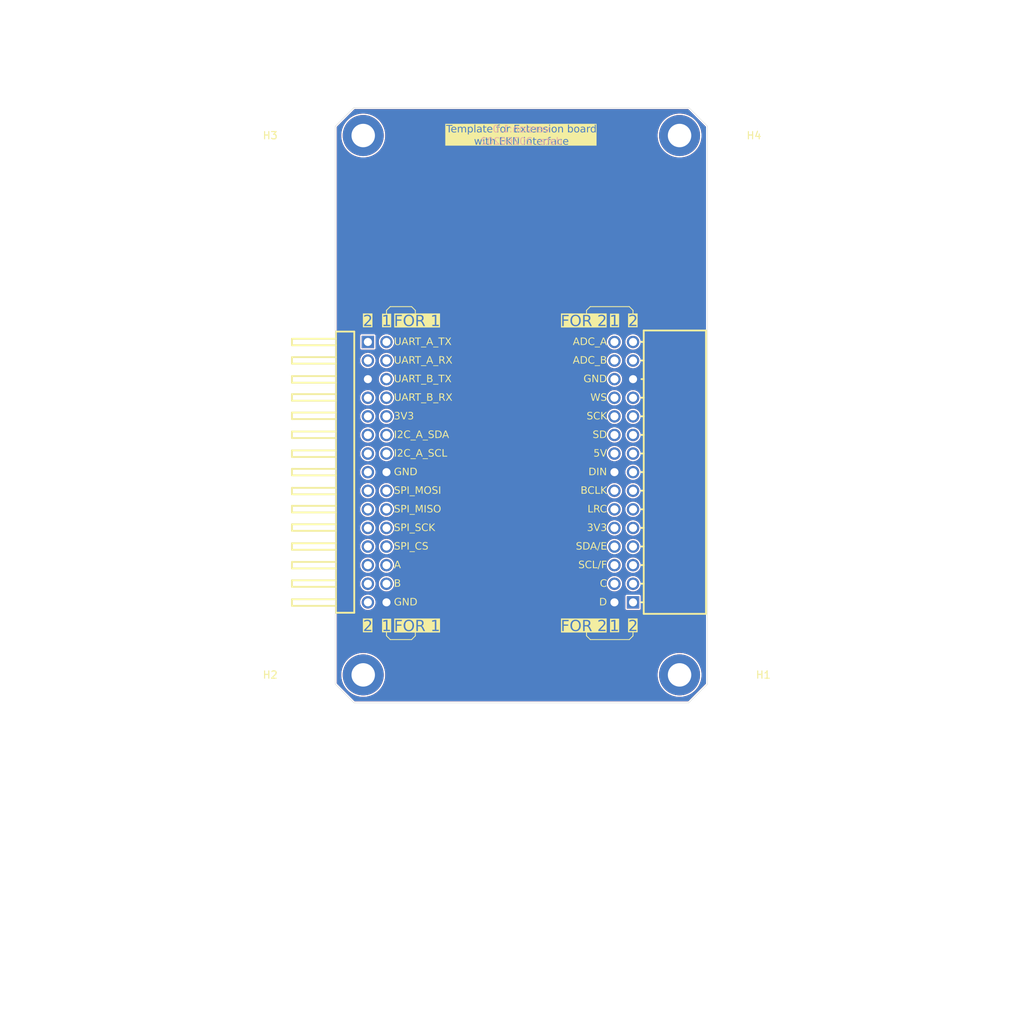
<source format=kicad_pcb>
(kicad_pcb (version 20241229) (generator "pcbnew") (generator_version "9.0")
  (layers (0 "F.Cu" signal) (4 "In1.Cu" signal) (6 "In2.Cu" signal) (2 "B.Cu" signal) (13 "F.Paste" user) (15 "B.Paste" user) (5 "F.SilkS" user "F.Silkscreen") (7 "B.SilkS" user "B.Silkscreen") (1 "F.Mask" user) (3 "B.Mask" user) (25 "Edge.Cuts" user))
  (property "COMMIT_DATE_LONG" "YYYY-MM-DD HH:MM:SS TZ")
  (property "COMMIT_HASH" "deadbeef")
  (property "RELEASE_VERSION" "v#.#")
  (net 0 "")
  (net 1 "GND")
  (net 2 "/IO17")
  (net 3 "/IO13")
  (net 5 "/IO18")
  (net 6 "+3V3")
  (net 7 "/IO12")
  (net 8 "/IO10")
  (net 9 "/IO11")
  (net 13 "/I2C_B_SDA")
  (net 14 "/I2C_B_SCL")
  (net 15 "/IO19")
  (net 16 "/BTN_A")
  (net 17 "/I2C_A_SDA")
  (net 18 "/BTN_B")
  (net 19 "/I2S_A_SD")
  (net 20 "/I2S_B_BCLK")
  (net 21 "/IO20")
  (net 22 "/I2S_A_WS")
  (net 23 "/I2S_B_DIN")
  (net 24 "/I2C_A_SCL")
  (net 25 "/I2S_A_SCK")
  (net 26 "/I2S_B_LRC")
  (net 27 "/ADC_A")
  (net 28 "/BTN_C")
  (net 29 "/BTN_D")
  (net 30 "/ADC_B")
  (net 31 "+5V")
  (footprint "MountingHole:MountingHole_3.2mm_M3_DIN965_Pad" (layer "F.Cu") (at 105.41 116.84)
    (property "Reference" "H1" (at 11.43 0 0) (layer "F.SilkS"))
    (property "Value" "MountHole")
    (pad "1" thru_hole circle (at 0 0) (size 5.6 5.6) (drill 3.2) (layers "*.Cu" "*.Mask"))
  )
  (footprint "MountingHole:MountingHole_3.2mm_M3_DIN965_Pad" (layer "F.Cu") (at 62.23 116.84)
    (property "Reference" "H2" (at -12.7 0 0) (layer "F.SilkS"))
    (property "Value" "MountHole")
    (pad "1" thru_hole circle (at 0 0) (size 5.6 5.6) (drill 3.2) (layers "*.Cu" "*.Mask"))
  )
  (footprint "MountingHole:MountingHole_3.2mm_M3_DIN965_Pad" (layer "F.Cu") (at 105.41 43.18)
    (property "Reference" "H4" (at 10.16 0 0) (layer "F.SilkS"))
    (property "Value" "MountHole")
    (pad "1" thru_hole circle (at 0 0) (size 5.6 5.6) (drill 3.2) (layers "*.Cu" "*.Mask"))
  )
  (footprint "MountingHole:MountingHole_3.2mm_M3_DIN965_Pad" (layer "F.Cu") (at 62.23 43.18)
    (property "Reference" "H3" (at -12.7 0 0) (layer "F.SilkS"))
    (property "Value" "MountHole")
    (pad "1" thru_hole circle (at 0 0) (size 5.6 5.6) (drill 3.2) (layers "*.Cu" "*.Mask"))
  )
  (footprint "XDZ254-2-15-W-2.5-G1:HDR-TH_30P-P2.54-H-M-R2-C15-S2.54-N" (layer "F.Cu") (at 64.135 89.154 -90)
    (property "Reference" "U3" (hide yes))
    (property "Value" "XDZ254-2-15-W-2.5-G1")
    (fp_line (start -18.22 11.63) (end -17.33 11.63) (stroke (width 0.25)) (layer "F.SilkS"))
    (fp_line (start -17.33 11.63) (end -17.33 5.63) (stroke (width 0.25)) (layer "F.SilkS"))
    (fp_line (start -15.71 11.63) (end -14.82 11.63) (stroke (width 0.25)) (layer "F.SilkS"))
    (fp_line (start -14.82 11.63) (end -14.82 5.63) (stroke (width 0.25)) (layer "F.SilkS"))
    (fp_line (start -13.12 11.63) (end -12.22 11.63) (stroke (width 0.25)) (layer "F.SilkS"))
    (fp_line (start -12.22 11.63) (end -12.22 5.63) (stroke (width 0.25)) (layer "F.SilkS"))
    (fp_line (start -10.66 11.63) (end -9.76 11.63) (stroke (width 0.25)) (layer "F.SilkS"))
    (fp_line (start -9.76 11.63) (end -9.76 5.63) (stroke (width 0.25)) (layer "F.SilkS"))
    (fp_line (start -8.14 11.63) (end -7.25 11.63) (stroke (width 0.25)) (layer "F.SilkS"))
    (fp_line (start -7.25 11.63) (end -7.25 5.63) (stroke (width 0.25)) (layer "F.SilkS"))
    (fp_line (start -5.55 11.63) (end -4.66 11.63) (stroke (width 0.25)) (layer "F.SilkS"))
    (fp_line (start -4.66 11.63) (end -4.66 5.63) (stroke (width 0.25)) (layer "F.SilkS"))
    (fp_line (start -2.97 11.63) (end -2.07 11.63) (stroke (width 0.25)) (layer "F.SilkS"))
    (fp_line (start -2.07 11.63) (end -2.07 5.63) (stroke (width 0.25)) (layer "F.SilkS"))
    (fp_line (start -0.45 11.63) (end 0.44 11.63) (stroke (width 0.25)) (layer "F.SilkS"))
    (fp_line (start 0.44 11.63) (end 0.44 5.63) (stroke (width 0.25)) (layer "F.SilkS"))
    (fp_line (start 2.14 11.63) (end 3.03 11.63) (stroke (width 0.25)) (layer "F.SilkS"))
    (fp_line (start 3.03 11.63) (end 3.03 5.63) (stroke (width 0.25)) (layer "F.SilkS"))
    (fp_line (start 4.6 11.63) (end 5.5 11.63) (stroke (width 0.25)) (layer "F.SilkS"))
    (fp_line (start 5.5 11.63) (end 5.5 5.63) (stroke (width 0.25)) (layer "F.SilkS"))
    (fp_line (start 7.12 11.63) (end 8.01 11.63) (stroke (width 0.25)) (layer "F.SilkS"))
    (fp_line (start 8.01 11.63) (end 8.01 5.63) (stroke (width 0.25)) (layer "F.SilkS"))
    (fp_line (start 9.71 11.63) (end 10.6 11.63) (stroke (width 0.25)) (layer "F.SilkS"))
    (fp_line (start 10.6 11.63) (end 10.6 5.63) (stroke (width 0.25)) (layer "F.SilkS"))
    (fp_line (start 12.26 11.63) (end 13.15 11.63) (stroke (width 0.25)) (layer "F.SilkS"))
    (fp_line (start 13.15 11.63) (end 13.15 5.63) (stroke (width 0.25)) (layer "F.SilkS"))
    (fp_line (start 14.77 11.63) (end 15.66 11.63) (stroke (width 0.25)) (layer "F.SilkS"))
    (fp_line (start 15.66 11.63) (end 15.66 5.63) (stroke (width 0.25)) (layer "F.SilkS"))
    (fp_line (start 17.36 11.63) (end 18.26 11.63) (stroke (width 0.25)) (layer "F.SilkS"))
    (fp_line (start 18.26 11.63) (end 18.26 5.63) (stroke (width 0.25)) (layer "F.SilkS"))
    (fp_line (start -19.2 5.63) (end 19.2 5.63) (stroke (width 0.25)) (layer "F.SilkS"))
    (fp_line (start -19.2 5.63) (end -19.2 3.13) (stroke (width 0.25)) (layer "F.SilkS"))
    (fp_line (start -18.22 5.63) (end -18.22 11.63) (stroke (width 0.25)) (layer "F.SilkS"))
    (fp_line (start -15.71 5.63) (end -15.71 11.63) (stroke (width 0.25)) (layer "F.SilkS"))
    (fp_line (start -13.12 5.63) (end -13.12 11.63) (stroke (width 0.25)) (layer "F.SilkS"))
    (fp_line (start -10.66 5.63) (end -10.66 11.63) (stroke (width 0.25)) (layer "F.SilkS"))
    (fp_line (start -8.14 5.63) (end -8.14 11.63) (stroke (width 0.25)) (layer "F.SilkS"))
    (fp_line (start -5.55 5.63) (end -5.55 11.63) (stroke (width 0.25)) (layer "F.SilkS"))
    (fp_line (start -2.97 5.63) (end -2.97 11.63) (stroke (width 0.25)) (layer "F.SilkS"))
    (fp_line (start -0.45 5.63) (end -0.45 11.63) (stroke (width 0.25)) (layer "F.SilkS"))
    (fp_line (start 2.14 5.63) (end 2.14 11.63) (stroke (width 0.25)) (layer "F.SilkS"))
    (fp_line (start 4.6 5.63) (end 4.6 11.63) (stroke (width 0.25)) (layer "F.SilkS"))
    (fp_line (start 7.12 5.63) (end 7.12 11.63) (stroke (width 0.25)) (layer "F.SilkS"))
    (fp_line (start 9.71 5.63) (end 9.71 11.63) (stroke (width 0.25)) (layer "F.SilkS"))
    (fp_line (start 12.26 5.63) (end 12.26 11.63) (stroke (width 0.25)) (layer "F.SilkS"))
    (fp_line (start 14.77 5.63) (end 14.77 11.63) (stroke (width 0.25)) (layer "F.SilkS"))
    (fp_line (start 17.36 5.63) (end 17.36 11.63) (stroke (width 0.25)) (layer "F.SilkS"))
    (fp_line (start 19.2 5.63) (end 19.2 3.13) (stroke (width 0.25)) (layer "F.SilkS"))
    (fp_line (start -19.2 3.13) (end 19.2 3.13) (stroke (width 0.25)) (layer "F.SilkS"))
    (pad "1" thru_hole rect (at -17.78 1.27 270) (size 1.7 1.7) (drill 1.100023) (layers "*.Cu" "*.Mask") (net 27 "/ADC_A"))
    (pad "2" thru_hole circle (at -17.78 -1.27 270) (size 1.7 1.7) (drill 1.100023) (layers "*.Cu" "*.Mask") (net 2 "/IO17"))
    (pad "3" thru_hole circle (at -15.24 1.27 270) (size 1.7 1.7) (drill 1.100023) (layers "*.Cu" "*.Mask") (net 30 "/ADC_B"))
    (pad "4" thru_hole circle (at -15.24 -1.27 270) (size 1.7 1.7) (drill 1.100023) (layers "*.Cu" "*.Mask") (net 5 "/IO18"))
    (pad "5" thru_hole circle (at -12.7 1.27 270) (size 1.7 1.7) (drill 1.100023) (layers "*.Cu" "*.Mask") (net 1 "GND"))
    (pad "6" thru_hole circle (at -12.7 -1.27 270) (size 1.7 1.7) (drill 1.100023) (layers "*.Cu" "*.Mask") (net 15 "/IO19"))
    (pad "7" thru_hole circle (at -10.16 1.27 270) (size 1.7 1.7) (drill 1.100023) (layers "*.Cu" "*.Mask") (net 22 "/I2S_A_WS"))
    (pad "8" thru_hole circle (at -10.16 -1.27 270) (size 1.7 1.7) (drill 1.100023) (layers "*.Cu" "*.Mask") (net 21 "/IO20"))
    (pad "9" thru_hole circle (at -7.62 1.27 270) (size 1.7 1.7) (drill 1.100023) (layers "*.Cu" "*.Mask") (net 25 "/I2S_A_SCK"))
    (pad "10" thru_hole circle (at -7.62 -1.27 270) (size 1.7 1.7) (drill 1.100023) (layers "*.Cu" "*.Mask") (net 6 "+3V3"))
    (pad "11" thru_hole circle (at -5.08 1.27 270) (size 1.7 1.7) (drill 1.100023) (layers "*.Cu" "*.Mask") (net 19 "/I2S_A_SD"))
    (pad "12" thru_hole circle (at -5.08 -1.27 270) (size 1.7 1.7) (drill 1.100023) (layers "*.Cu" "*.Mask") (net 17 "/I2C_A_SDA"))
    (pad "13" thru_hole circle (at -2.54 1.27 270) (size 1.7 1.7) (drill 1.100023) (layers "*.Cu" "*.Mask") (net 31 "+5V"))
    (pad "14" thru_hole circle (at -2.54 -1.27 270) (size 1.7 1.7) (drill 1.100023) (layers "*.Cu" "*.Mask") (net 24 "/I2C_A_SCL"))
    (pad "15" thru_hole circle (at 0 1.27 270) (size 1.7 1.7) (drill 1.100023) (layers "*.Cu" "*.Mask") (net 23 "/I2S_B_DIN"))
    (pad "16" thru_hole circle (at 0 -1.27 270) (size 1.7 1.7) (drill 1.100023) (layers "*.Cu" "*.Mask") (net 1 "GND"))
    (pad "17" thru_hole circle (at 2.54 1.27 270) (size 1.7 1.7) (drill 1.100023) (layers "*.Cu" "*.Mask") (net 20 "/I2S_B_BCLK"))
    (pad "18" thru_hole circle (at 2.54 -1.27 270) (size 1.7 1.7) (drill 1.100023) (layers "*.Cu" "*.Mask") (net 9 "/IO11"))
    (pad "19" thru_hole circle (at 5.08 1.27 270) (size 1.7 1.7) (drill 1.100023) (layers "*.Cu" "*.Mask") (net 26 "/I2S_B_LRC"))
    (pad "20" thru_hole circle (at 5.08 -1.27 270) (size 1.7 1.7) (drill 1.100023) (layers "*.Cu" "*.Mask") (net 3 "/IO13"))
    (pad "21" thru_hole circle (at 7.62 1.27 270) (size 1.7 1.7) (drill 1.100023) (layers "*.Cu" "*.Mask") (net 6 "+3V3"))
    (pad "22" thru_hole circle (at 7.62 -1.27 270) (size 1.7 1.7) (drill 1.100023) (layers "*.Cu" "*.Mask") (net 7 "/IO12"))
    (pad "23" thru_hole circle (at 10.16 1.27 270) (size 1.7 1.7) (drill 1.100023) (layers "*.Cu" "*.Mask") (net 13 "/I2C_B_SDA"))
    (pad "24" thru_hole circle (at 10.16 -1.27 270) (size 1.7 1.7) (drill 1.100023) (layers "*.Cu" "*.Mask") (net 8 "/IO10"))
    (pad "25" thru_hole circle (at 12.7 1.27 270) (size 1.7 1.7) (drill 1.100023) (layers "*.Cu" "*.Mask") (net 14 "/I2C_B_SCL"))
    (pad "26" thru_hole circle (at 12.7 -1.27 270) (size 1.7 1.7) (drill 1.100023) (layers "*.Cu" "*.Mask") (net 16 "/BTN_A"))
    (pad "27" thru_hole circle (at 15.24 1.27 270) (size 1.7 1.7) (drill 1.100023) (layers "*.Cu" "*.Mask") (net 28 "/BTN_C"))
    (pad "28" thru_hole circle (at 15.24 -1.27 270) (size 1.7 1.7) (drill 1.100023) (layers "*.Cu" "*.Mask") (net 18 "/BTN_B"))
    (pad "29" thru_hole circle (at 17.78 1.27 270) (size 1.7 1.7) (drill 1.100023) (layers "*.Cu" "*.Mask") (net 29 "/BTN_D"))
    (pad "30" thru_hole circle (at 17.78 -1.27 270) (size 1.7 1.7) (drill 1.100023) (layers "*.Cu" "*.Mask") (net 1 "GND"))
  )
  (footprint "PM254-2-15-W-8.5:HDR-TH_30P-P2.54-H-F-R2-C15-W8.5" (layer "F.Cu") (at 97.79 89.154 90)
    (property "Reference" "U5" (hide yes))
    (property "Value" "PM254-2-15-W-8.5")
    (fp_line (start 19.35 2.73) (end 19.35 11.23) (stroke (width 0.25)) (layer "F.SilkS"))
    (fp_line (start 17.79 2.73) (end 17.79 2.42) (stroke (width 0.25)) (layer "F.SilkS"))
    (fp_line (start 15.25 2.73) (end 15.25 2.42) (stroke (width 0.25)) (layer "F.SilkS"))
    (fp_line (start 12.71 2.73) (end 12.71 2.42) (stroke (width 0.25)) (layer "F.SilkS"))
    (fp_line (start 10.17 2.73) (end 10.17 2.42) (stroke (width 0.25)) (layer "F.SilkS"))
    (fp_line (start 7.63 2.73) (end 7.63 2.42) (stroke (width 0.25)) (layer "F.SilkS"))
    (fp_line (start 5.09 2.73) (end 5.09 2.42) (stroke (width 0.25)) (layer "F.SilkS"))
    (fp_line (start 2.55 2.73) (end 2.55 2.42) (stroke (width 0.25)) (layer "F.SilkS"))
    (fp_line (start 0.01 2.73) (end 0.01 2.42) (stroke (width 0.25)) (layer "F.SilkS"))
    (fp_line (start -2.53 2.73) (end -2.53 2.42) (stroke (width 0.25)) (layer "F.SilkS"))
    (fp_line (start -5.07 2.73) (end -5.07 2.42) (stroke (width 0.25)) (layer "F.SilkS"))
    (fp_line (start -7.61 2.73) (end -7.61 2.42) (stroke (width 0.25)) (layer "F.SilkS"))
    (fp_line (start -10.15 2.73) (end -10.15 2.42) (stroke (width 0.25)) (layer "F.SilkS"))
    (fp_line (start -12.69 2.73) (end -12.69 2.42) (stroke (width 0.25)) (layer "F.SilkS"))
    (fp_line (start -15.23 2.73) (end -15.23 2.42) (stroke (width 0.25)) (layer "F.SilkS"))
    (fp_line (start -17.77 2.73) (end -17.77 2.42) (stroke (width 0.25)) (layer "F.SilkS"))
    (fp_line (start -19.35 2.73) (end 19.35 2.73) (stroke (width 0.25)) (layer "F.SilkS"))
    (fp_line (start -19.35 11.23) (end -19.35 2.73) (stroke (width 0.25)) (layer "F.SilkS"))
    (fp_line (start -19.35 11.23) (end 19.35 11.23) (stroke (width 0.25)) (layer "F.SilkS"))
    (pad "1" thru_hole rect (at -17.78 1.27 90) (size 1.7 1.7) (drill 1.100023) (layers "*.Cu" "*.Mask") (net 29 "/BTN_D"))
    (pad "2" thru_hole circle (at -17.78 -1.27 90) (size 1.7 1.7) (drill 1.100023) (layers "*.Cu" "*.Mask") (net 1 "GND"))
    (pad "3" thru_hole circle (at -15.24 1.27 90) (size 1.7 1.7) (drill 1.100023) (layers "*.Cu" "*.Mask") (net 28 "/BTN_C"))
    (pad "4" thru_hole circle (at -15.24 -1.27 90) (size 1.7 1.7) (drill 1.100023) (layers "*.Cu" "*.Mask") (net 18 "/BTN_B"))
    (pad "5" thru_hole circle (at -12.7 1.27 90) (size 1.7 1.7) (drill 1.100023) (layers "*.Cu" "*.Mask") (net 14 "/I2C_B_SCL"))
    (pad "6" thru_hole circle (at -12.7 -1.27 90) (size 1.7 1.7) (drill 1.100023) (layers "*.Cu" "*.Mask") (net 16 "/BTN_A"))
    (pad "7" thru_hole circle (at -10.16 1.27 90) (size 1.7 1.7) (drill 1.100023) (layers "*.Cu" "*.Mask") (net 13 "/I2C_B_SDA"))
    (pad "8" thru_hole circle (at -10.16 -1.27 90) (size 1.7 1.7) (drill 1.100023) (layers "*.Cu" "*.Mask") (net 8 "/IO10"))
    (pad "9" thru_hole circle (at -7.62 1.27 90) (size 1.7 1.7) (drill 1.100023) (layers "*.Cu" "*.Mask") (net 6 "+3V3"))
    (pad "10" thru_hole circle (at -7.62 -1.27 90) (size 1.7 1.7) (drill 1.100023) (layers "*.Cu" "*.Mask") (net 7 "/IO12"))
    (pad "11" thru_hole circle (at -5.08 1.27 90) (size 1.7 1.7) (drill 1.100023) (layers "*.Cu" "*.Mask") (net 26 "/I2S_B_LRC"))
    (pad "12" thru_hole circle (at -5.08 -1.27 90) (size 1.7 1.7) (drill 1.100023) (layers "*.Cu" "*.Mask") (net 3 "/IO13"))
    (pad "13" thru_hole circle (at -2.54 1.27 90) (size 1.7 1.7) (drill 1.100023) (layers "*.Cu" "*.Mask") (net 20 "/I2S_B_BCLK"))
    (pad "14" thru_hole circle (at -2.54 -1.27 90) (size 1.7 1.7) (drill 1.100023) (layers "*.Cu" "*.Mask") (net 9 "/IO11"))
    (pad "15" thru_hole circle (at 0 1.27 90) (size 1.7 1.7) (drill 1.100023) (layers "*.Cu" "*.Mask") (net 23 "/I2S_B_DIN"))
    (pad "16" thru_hole circle (at 0 -1.27 90) (size 1.7 1.7) (drill 1.100023) (layers "*.Cu" "*.Mask") (net 1 "GND"))
    (pad "17" thru_hole circle (at 2.54 1.27 90) (size 1.7 1.7) (drill 1.100023) (layers "*.Cu" "*.Mask") (net 31 "+5V"))
    (pad "18" thru_hole circle (at 2.54 -1.27 90) (size 1.7 1.7) (drill 1.100023) (layers "*.Cu" "*.Mask") (net 24 "/I2C_A_SCL"))
    (pad "19" thru_hole circle (at 5.08 1.27 90) (size 1.7 1.7) (drill 1.100023) (layers "*.Cu" "*.Mask") (net 19 "/I2S_A_SD"))
    (pad "20" thru_hole circle (at 5.08 -1.27 90) (size 1.7 1.7) (drill 1.100023) (layers "*.Cu" "*.Mask") (net 17 "/I2C_A_SDA"))
    (pad "21" thru_hole circle (at 7.62 1.27 90) (size 1.7 1.7) (drill 1.100023) (layers "*.Cu" "*.Mask") (net 25 "/I2S_A_SCK"))
    (pad "22" thru_hole circle (at 7.62 -1.27 90) (size 1.7 1.7) (drill 1.100023) (layers "*.Cu" "*.Mask") (net 6 "+3V3"))
    (pad "23" thru_hole circle (at 10.16 1.27 90) (size 1.7 1.7) (drill 1.100023) (layers "*.Cu" "*.Mask") (net 22 "/I2S_A_WS"))
    (pad "24" thru_hole circle (at 10.16 -1.27 90) (size 1.7 1.7) (drill 1.100023) (layers "*.Cu" "*.Mask") (net 21 "/IO20"))
    (pad "25" thru_hole circle (at 12.7 1.27 90) (size 1.7 1.7) (drill 1.100023) (layers "*.Cu" "*.Mask") (net 1 "GND"))
    (pad "26" thru_hole circle (at 12.7 -1.27 90) (size 1.7 1.7) (drill 1.100023) (layers "*.Cu" "*.Mask") (net 15 "/IO19"))
    (pad "27" thru_hole circle (at 15.24 1.27 90) (size 1.7 1.7) (drill 1.100023) (layers "*.Cu" "*.Mask") (net 30 "/ADC_B"))
    (pad "28" thru_hole circle (at 15.24 -1.27 90) (size 1.7 1.7) (drill 1.100023) (layers "*.Cu" "*.Mask") (net 5 "/IO18"))
    (pad "29" thru_hole circle (at 17.78 1.27 90) (size 1.7 1.7) (drill 1.100023) (layers "*.Cu" "*.Mask") (net 27 "/ADC_A"))
    (pad "30" thru_hole circle (at 17.78 -1.27 90) (size 1.7 1.7) (drill 1.100023) (layers "*.Cu" "*.Mask") (net 2 "/IO17"))
  )
  (gr_line (start 98.552 112.014) (end 93.218 112.014) (stroke (width 0.12)) (layer "F.SilkS"))
  (gr_line (start 99.06 111.506) (end 98.552 112.014) (stroke (width 0.12)) (layer "F.SilkS"))
  (gr_line (start 65.913 66.548) (end 68.834 66.548) (stroke (width 0.12)) (layer "F.SilkS"))
  (gr_line (start 92.71 111.506) (end 92.71 110.998) (stroke (width 0.12)) (layer "F.SilkS"))
  (gr_line (start 69.342 110.998) (end 69.342 111.506) (stroke (width 0.12)) (layer "F.SilkS"))
  (gr_line (start 68.834 66.548) (end 69.342 67.056) (stroke (width 0.12)) (layer "F.SilkS"))
  (gr_line (start 92.71 67.056) (end 93.218 66.548) (stroke (width 0.12)) (layer "F.SilkS"))
  (gr_line (start 69.342 67.056) (end 69.342 67.564) (stroke (width 0.12)) (layer "F.SilkS"))
  (gr_line (start 92.71 67.564) (end 92.71 67.056) (stroke (width 0.12)) (layer "F.SilkS"))
  (gr_line (start 99.06 67.056) (end 99.06 67.564) (stroke (width 0.12)) (layer "F.SilkS"))
  (gr_line (start 93.218 66.548) (end 98.552 66.548) (stroke (width 0.12)) (layer "F.SilkS"))
  (gr_line (start 65.405 111.506) (end 65.405 110.998) (stroke (width 0.12)) (layer "F.SilkS"))
  (gr_line (start 65.405 67.564) (end 65.405 67.056) (stroke (width 0.12)) (layer "F.SilkS"))
  (gr_line (start 65.913 112.014) (end 65.405 111.506) (stroke (width 0.12)) (layer "F.SilkS"))
  (gr_line (start 65.405 67.056) (end 65.913 66.548) (stroke (width 0.12)) (layer "F.SilkS"))
  (gr_line (start 99.06 110.998) (end 99.06 111.506) (stroke (width 0.12)) (layer "F.SilkS"))
  (gr_line (start 98.552 66.548) (end 99.06 67.056) (stroke (width 0.12)) (layer "F.SilkS"))
  (gr_line (start 93.218 112.014) (end 92.71 111.506) (stroke (width 0.12)) (layer "F.SilkS"))
  (gr_line (start 68.834 112.014) (end 65.913 112.014) (stroke (width 0.12)) (layer "F.SilkS"))
  (gr_line (start 69.342 111.506) (end 68.834 112.014) (stroke (width 0.12)) (layer "F.SilkS"))
  (gr_line (start 109.22 118.11) (end 109.22 41.91) (stroke (width 0.05)) (layer "Edge.Cuts"))
  (gr_line (start 106.68 39.37) (end 109.22 41.91) (stroke (width 0.05)) (layer "Edge.Cuts"))
  (gr_line (start 58.42 41.91) (end 58.42 118.11) (stroke (width 0.05)) (layer "Edge.Cuts"))
  (gr_line (start 60.96 39.37) (end 58.42 41.91) (stroke (width 0.05)) (layer "Edge.Cuts"))
  (gr_line (start 58.42 118.11) (end 60.96 120.65) (stroke (width 0.05)) (layer "Edge.Cuts"))
  (gr_line (start 60.96 39.37) (end 106.68 39.37) (stroke (width 0.05)) (layer "Edge.Cuts"))
  (gr_line (start 109.22 118.11) (end 106.68 120.65) (stroke (width 0.05)) (layer "Edge.Cuts"))
  (gr_line (start 60.96 120.65) (end 106.68 120.65) (stroke (width 0.05)) (layer "Edge.Cuts"))
  (gr_text "1" (at 96.52 110.236 0) (layer "F.SilkS" knockout) (effects (font (size 1.5 1.5))))
  (gr_text "I2C_A_SCL" (at 66.421 86.614 0) (layer "F.SilkS") (effects (font (size 1 1)) (justify left)))
  (gr_text "FOR 1" (at 66.421 110.236 0) (layer "F.SilkS" knockout) (effects (font (size 1.5 1.5)) (justify left)))
  (gr_text "B" (at 66.421 104.394 0) (layer "F.SilkS") (effects (font (size 1 1)) (justify left)))
  (gr_text "FOR 2" (at 95.504 68.58 0) (layer "F.SilkS" knockout) (effects (font (size 1.5 1.5)) (justify right)))
  (gr_text "GND" (at 66.421 106.934 0) (layer "F.SilkS") (effects (font (size 1 1)) (justify left)))
  (gr_text "1" (at 65.405 68.58 0) (layer "F.SilkS" knockout) (effects (font (size 1.5 1.5))))
  (gr_text "SDA/E" (at 95.504 99.314 0) (layer "F.SilkS") (effects (font (size 1 1)) (justify right)))
  (gr_text "FOR 2" (at 95.504 110.236 0) (layer "F.SilkS" knockout) (effects (font (size 1.5 1.5)) (justify right)))
  (gr_text "SPI_CS" (at 66.421 99.314 0) (layer "F.SilkS") (effects (font (size 1 1)) (justify left)))
  (gr_text "D" (at 95.504 106.934 0) (layer "F.SilkS") (effects (font (size 1 1)) (justify right)))
  (gr_text "SPI_SCK" (at 66.421 96.774 0) (layer "F.SilkS") (effects (font (size 1 1)) (justify left)))
  (gr_text "2" (at 62.865 110.236 0) (layer "F.SilkS" knockout) (effects (font (size 1.5 1.5))))
  (gr_text "2" (at 99.06 68.58 0) (layer "F.SilkS" knockout) (effects (font (size 1.5 1.5))))
  (gr_text "SCK" (at 95.504 81.534 0) (layer "F.SilkS") (effects (font (size 1 1)) (justify right)))
  (gr_text "UART_B_TX" (at 66.421 76.454 0) (layer "F.SilkS") (effects (font (size 1 1)) (justify left)))
  (gr_text "GND" (at 66.421 89.154 0) (layer "F.SilkS") (effects (font (size 1 1)) (justify left)))
  (gr_text "1" (at 96.52 68.58 0) (layer "F.SilkS" knockout) (effects (font (size 1.5 1.5))))
  (gr_text "2" (at 99.06 110.236 0) (layer "F.SilkS" knockout) (effects (font (size 1.5 1.5))))
  (gr_text "3V3" (at 95.504 96.774 0) (layer "F.SilkS") (effects (font (size 1 1)) (justify right)))
  (gr_text "2" (at 62.865 68.58 0) (layer "F.SilkS" knockout) (effects (font (size 1.5 1.5))))
  (gr_text "SPI_MISO" (at 66.421 94.234 0) (layer "F.SilkS") (effects (font (size 1 1)) (justify left)))
  (gr_text "ADC_B\n" (at 95.504 73.914 0) (layer "F.SilkS") (effects (font (size 1 1)) (justify right)))
  (gr_text "SCL/F" (at 95.504 101.854 0) (layer "F.SilkS") (effects (font (size 1 1)) (justify right)))
  (gr_text "C" (at 95.504 104.394 0) (layer "F.SilkS") (effects (font (size 1 1)) (justify right)))
  (gr_text "ADC_A" (at 95.504 71.374 0) (layer "F.SilkS") (effects (font (size 1 1)) (justify right)))
  (gr_text "UART_A_TX" (at 66.421 71.374 0) (layer "F.SilkS") (effects (font (size 1 1)) (justify left)))
  (gr_text "BCLK" (at 95.504 91.694 0) (layer "F.SilkS") (effects (font (size 1 1)) (justify right)))
  (gr_text "3V3" (at 66.421 81.534 0) (layer "F.SilkS") (effects (font (size 1 1)) (justify left)))
  (gr_text "DIN" (at 95.504 89.154 0) (layer "F.SilkS") (effects (font (size 1 1)) (justify right)))
  (gr_text "WS" (at 95.504 78.994 0) (layer "F.SilkS") (effects (font (size 1 1)) (justify right)))
  (gr_text "A" (at 66.421 101.854 0) (layer "F.SilkS") (effects (font (size 1 1)) (justify left)))
  (gr_text "Template for Extension board\nwith EKN interface" (at 83.82 43.18 0) (layer "F.SilkS" knockout) (effects (font (size 1 1))))
  (gr_text "SD" (at 95.504 84.074 0) (layer "F.SilkS") (effects (font (size 1 1)) (justify right)))
  (gr_text "LRC" (at 95.504 94.234 0) (layer "F.SilkS") (effects (font (size 1 1)) (justify right)))
  (gr_text "UART_A_RX" (at 66.421 73.914 0) (layer "F.SilkS") (effects (font (size 1 1)) (justify left)))
  (gr_text "I2C_A_SDA" (at 66.421 84.074 0) (layer "F.SilkS") (effects (font (size 1 1)) (justify left)))
  (gr_text "5V" (at 95.504 86.614 0) (layer "F.SilkS") (effects (font (size 1 1)) (justify right)))
  (gr_text "FOR 1" (at 66.421 68.58 0) (layer "F.SilkS" knockout) (effects (font (size 1.5 1.5)) (justify left)))
  (gr_text "UART_B_RX" (at 66.421 78.994 0) (layer "F.SilkS") (effects (font (size 1 1)) (justify left)))
  (gr_text "1" (at 65.405 110.236 0) (layer "F.SilkS" knockout) (effects (font (size 1.5 1.5))))
  (gr_text "GND" (at 95.504 76.454 0) (layer "F.SilkS") (effects (font (size 1 1)) (justify right)))
  (gr_text "SPI_MOSI" (at 66.421 91.694 0) (layer "F.SilkS") (effects (font (size 1 1)) (justify left)))
  (gr_text "version:1.0\ndate: 20260202" (at 83.82 43.18 0) (layer "B.SilkS") (effects (font (size 1 1)) (justify mirror)))
  (zone (net 1) (net_name "GND") (layers "F.Cu" "B.Cu" "In1.Cu" "In2.Cu") (connect_pads yes (clearance 0.2)) (min_thickness 0.25) (fill yes (thermal_gap 0.5) (thermal_bridge_width 0.5) (smoothing chamfer) (island_removal_mode 1) (island_area_min 10))
    (polygon (pts (xy 38.1 25.4) (xy 38.1 140.081) (xy 132.08 139.7) (xy 132.08 25.4)))
  )
)
</source>
